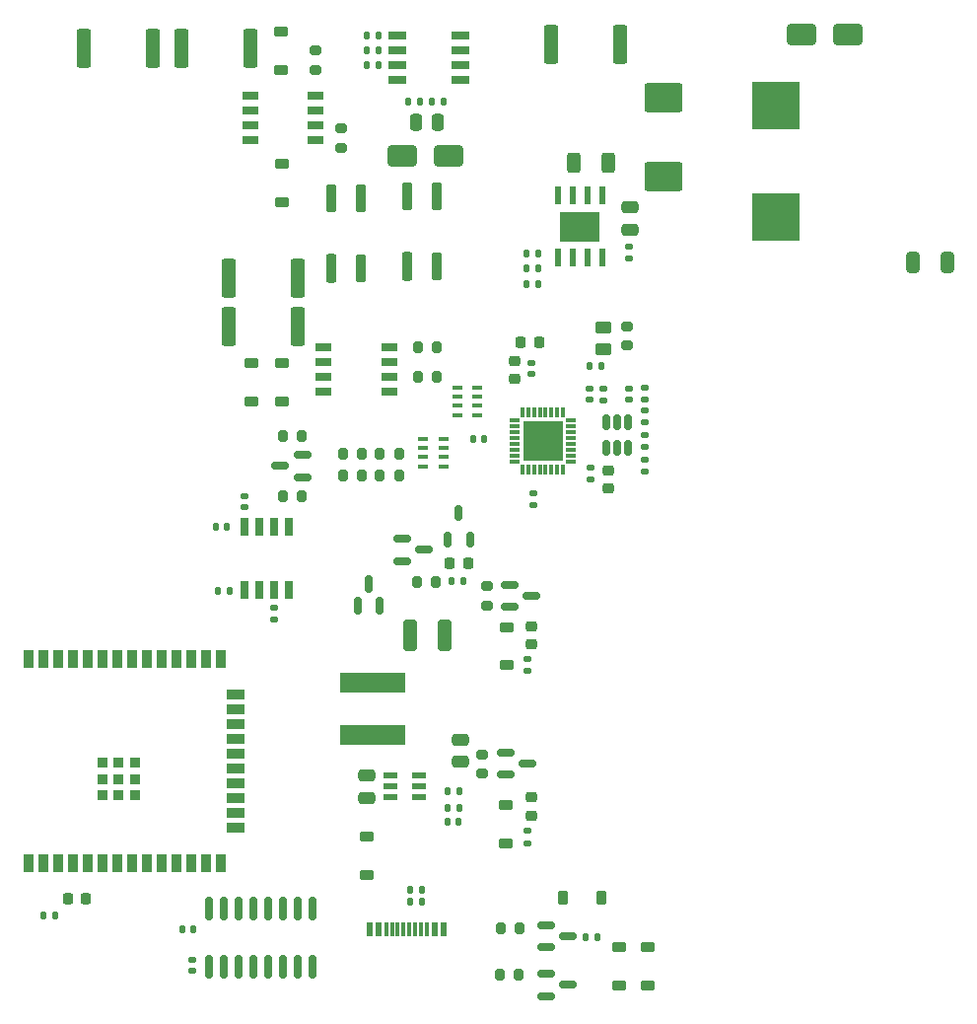
<source format=gtp>
G04 #@! TF.GenerationSoftware,KiCad,Pcbnew,7.0.8*
G04 #@! TF.CreationDate,2024-01-02T14:17:18+01:00*
G04 #@! TF.ProjectId,ESP32-POE-Wiegand-Relay-REV-B,45535033-322d-4504-9f45-2d5769656761,rev?*
G04 #@! TF.SameCoordinates,Original*
G04 #@! TF.FileFunction,Paste,Top*
G04 #@! TF.FilePolarity,Positive*
%FSLAX46Y46*%
G04 Gerber Fmt 4.6, Leading zero omitted, Abs format (unit mm)*
G04 Created by KiCad (PCBNEW 7.0.8) date 2024-01-02 14:17:18*
%MOMM*%
%LPD*%
G01*
G04 APERTURE LIST*
G04 Aperture macros list*
%AMRoundRect*
0 Rectangle with rounded corners*
0 $1 Rounding radius*
0 $2 $3 $4 $5 $6 $7 $8 $9 X,Y pos of 4 corners*
0 Add a 4 corners polygon primitive as box body*
4,1,4,$2,$3,$4,$5,$6,$7,$8,$9,$2,$3,0*
0 Add four circle primitives for the rounded corners*
1,1,$1+$1,$2,$3*
1,1,$1+$1,$4,$5*
1,1,$1+$1,$6,$7*
1,1,$1+$1,$8,$9*
0 Add four rect primitives between the rounded corners*
20,1,$1+$1,$2,$3,$4,$5,0*
20,1,$1+$1,$4,$5,$6,$7,0*
20,1,$1+$1,$6,$7,$8,$9,0*
20,1,$1+$1,$8,$9,$2,$3,0*%
G04 Aperture macros list end*
%ADD10R,1.250000X0.600000*%
%ADD11RoundRect,0.225000X-0.225000X1.025000X-0.225000X-1.025000X0.225000X-1.025000X0.225000X1.025000X0*%
%ADD12RoundRect,0.225000X-0.225000X0.975000X-0.225000X-0.975000X0.225000X-0.975000X0.225000X0.975000X0*%
%ADD13RoundRect,0.225000X-0.375000X0.225000X-0.375000X-0.225000X0.375000X-0.225000X0.375000X0.225000X0*%
%ADD14R,0.900000X0.400000*%
%ADD15R,0.300000X0.850000*%
%ADD16R,0.850000X0.300000*%
%ADD17R,3.400000X3.400000*%
%ADD18RoundRect,0.200000X-0.200000X-0.275000X0.200000X-0.275000X0.200000X0.275000X-0.200000X0.275000X0*%
%ADD19R,4.100000X4.100000*%
%ADD20RoundRect,0.250000X-0.362500X-1.425000X0.362500X-1.425000X0.362500X1.425000X-0.362500X1.425000X0*%
%ADD21RoundRect,0.150000X-0.587500X-0.150000X0.587500X-0.150000X0.587500X0.150000X-0.587500X0.150000X0*%
%ADD22RoundRect,0.250000X1.000000X0.650000X-1.000000X0.650000X-1.000000X-0.650000X1.000000X-0.650000X0*%
%ADD23RoundRect,0.250000X-0.475000X0.250000X-0.475000X-0.250000X0.475000X-0.250000X0.475000X0.250000X0*%
%ADD24RoundRect,0.250000X1.400000X1.000000X-1.400000X1.000000X-1.400000X-1.000000X1.400000X-1.000000X0*%
%ADD25R,1.528000X0.650000*%
%ADD26RoundRect,0.135000X-0.185000X0.135000X-0.185000X-0.135000X0.185000X-0.135000X0.185000X0.135000X0*%
%ADD27RoundRect,0.225000X-0.250000X0.225000X-0.250000X-0.225000X0.250000X-0.225000X0.250000X0.225000X0*%
%ADD28RoundRect,0.218750X-0.256250X0.218750X-0.256250X-0.218750X0.256250X-0.218750X0.256250X0.218750X0*%
%ADD29RoundRect,0.135000X-0.135000X-0.185000X0.135000X-0.185000X0.135000X0.185000X-0.135000X0.185000X0*%
%ADD30R,5.700000X1.700000*%
%ADD31RoundRect,0.250000X0.475000X-0.250000X0.475000X0.250000X-0.475000X0.250000X-0.475000X-0.250000X0*%
%ADD32RoundRect,0.150000X0.150000X-0.512500X0.150000X0.512500X-0.150000X0.512500X-0.150000X-0.512500X0*%
%ADD33RoundRect,0.200000X0.200000X0.275000X-0.200000X0.275000X-0.200000X-0.275000X0.200000X-0.275000X0*%
%ADD34RoundRect,0.140000X0.170000X-0.140000X0.170000X0.140000X-0.170000X0.140000X-0.170000X-0.140000X0*%
%ADD35RoundRect,0.135000X0.135000X0.185000X-0.135000X0.185000X-0.135000X-0.185000X0.135000X-0.185000X0*%
%ADD36RoundRect,0.225000X0.225000X0.375000X-0.225000X0.375000X-0.225000X-0.375000X0.225000X-0.375000X0*%
%ADD37RoundRect,0.135000X0.185000X-0.135000X0.185000X0.135000X-0.185000X0.135000X-0.185000X-0.135000X0*%
%ADD38R,0.900000X1.500000*%
%ADD39R,1.500000X0.900000*%
%ADD40R,0.900000X0.900000*%
%ADD41RoundRect,0.250000X-0.450000X0.262500X-0.450000X-0.262500X0.450000X-0.262500X0.450000X0.262500X0*%
%ADD42RoundRect,0.140000X0.140000X0.170000X-0.140000X0.170000X-0.140000X-0.170000X0.140000X-0.170000X0*%
%ADD43R,1.450000X0.700000*%
%ADD44R,0.600000X1.240000*%
%ADD45R,0.300000X1.240000*%
%ADD46RoundRect,0.225000X0.375000X-0.225000X0.375000X0.225000X-0.375000X0.225000X-0.375000X-0.225000X0*%
%ADD47RoundRect,0.150000X0.150000X-0.825000X0.150000X0.825000X-0.150000X0.825000X-0.150000X-0.825000X0*%
%ADD48RoundRect,0.225000X0.225000X0.250000X-0.225000X0.250000X-0.225000X-0.250000X0.225000X-0.250000X0*%
%ADD49R,0.650000X1.528000*%
%ADD50R,0.600000X1.600000*%
%ADD51R,3.510000X2.620000*%
%ADD52RoundRect,0.150000X0.150000X-0.587500X0.150000X0.587500X-0.150000X0.587500X-0.150000X-0.587500X0*%
%ADD53RoundRect,0.150000X0.587500X0.150000X-0.587500X0.150000X-0.587500X-0.150000X0.587500X-0.150000X0*%
%ADD54RoundRect,0.140000X-0.170000X0.140000X-0.170000X-0.140000X0.170000X-0.140000X0.170000X0.140000X0*%
%ADD55RoundRect,0.250000X0.325000X1.100000X-0.325000X1.100000X-0.325000X-1.100000X0.325000X-1.100000X0*%
%ADD56RoundRect,0.200000X0.275000X-0.200000X0.275000X0.200000X-0.275000X0.200000X-0.275000X-0.200000X0*%
%ADD57RoundRect,0.200000X-0.275000X0.200000X-0.275000X-0.200000X0.275000X-0.200000X0.275000X0.200000X0*%
%ADD58RoundRect,0.250000X0.312500X0.625000X-0.312500X0.625000X-0.312500X-0.625000X0.312500X-0.625000X0*%
%ADD59RoundRect,0.140000X-0.140000X-0.170000X0.140000X-0.170000X0.140000X0.170000X-0.140000X0.170000X0*%
%ADD60RoundRect,0.250000X-0.325000X-0.650000X0.325000X-0.650000X0.325000X0.650000X-0.325000X0.650000X0*%
%ADD61RoundRect,0.225000X0.250000X-0.225000X0.250000X0.225000X-0.250000X0.225000X-0.250000X-0.225000X0*%
%ADD62RoundRect,0.250000X0.250000X0.475000X-0.250000X0.475000X-0.250000X-0.475000X0.250000X-0.475000X0*%
G04 APERTURE END LIST*
D10*
X211300000Y-91600000D03*
X211300000Y-92550000D03*
X211300000Y-93500000D03*
X213800000Y-93500000D03*
X213800000Y-92550000D03*
X213800000Y-91600000D03*
D11*
X206230000Y-48050000D03*
D12*
X208770000Y-48050000D03*
X208770000Y-42050000D03*
X206230000Y-42050000D03*
D13*
X202000000Y-56250000D03*
X202000000Y-59550000D03*
D14*
X215850000Y-65100000D03*
X215850000Y-64300000D03*
X215850000Y-63500000D03*
X215850000Y-62700000D03*
X214150000Y-62700000D03*
X214150000Y-63500000D03*
X214150000Y-64300000D03*
X214150000Y-65100000D03*
D15*
X226150000Y-60450000D03*
X225650000Y-60450000D03*
X225150000Y-60450000D03*
X224650000Y-60450000D03*
X224150000Y-60450000D03*
X223650000Y-60450000D03*
X223150000Y-60450000D03*
X222650000Y-60450000D03*
D16*
X221950000Y-61150000D03*
X221950000Y-61650000D03*
X221950000Y-62150000D03*
X221950000Y-62650000D03*
X221950000Y-63150000D03*
X221950000Y-63650000D03*
X221950000Y-64150000D03*
X221950000Y-64650000D03*
D15*
X222650000Y-65350000D03*
X223150000Y-65350000D03*
X223650000Y-65350000D03*
X224150000Y-65350000D03*
X224650000Y-65350000D03*
X225150000Y-65350000D03*
X225650000Y-65350000D03*
X226150000Y-65350000D03*
D16*
X226850000Y-64650000D03*
X226850000Y-64150000D03*
X226850000Y-63650000D03*
X226850000Y-63150000D03*
X226850000Y-62650000D03*
X226850000Y-62150000D03*
X226850000Y-61650000D03*
X226850000Y-61150000D03*
D17*
X224400000Y-62900000D03*
D18*
X213575000Y-75000000D03*
X215225000Y-75000000D03*
D19*
X244400000Y-43650000D03*
X244400000Y-34150000D03*
D20*
X197437500Y-48900000D03*
X203362500Y-48900000D03*
D21*
X221562500Y-75250000D03*
X221562500Y-77150000D03*
X223437500Y-76200000D03*
D20*
X225147500Y-28900000D03*
X231072500Y-28900000D03*
D22*
X216300000Y-38400000D03*
X212300000Y-38400000D03*
D23*
X217300000Y-88550000D03*
X217300000Y-90450000D03*
D24*
X234750000Y-40250000D03*
X234750000Y-33450000D03*
D25*
X211889000Y-28095000D03*
X211889000Y-29365000D03*
X211889000Y-30635000D03*
X211889000Y-31905000D03*
X217311000Y-31905000D03*
X217311000Y-30635000D03*
X217311000Y-29365000D03*
X217311000Y-28095000D03*
D26*
X223600000Y-67390000D03*
X223600000Y-68410000D03*
D27*
X230000000Y-65425000D03*
X230000000Y-66975000D03*
D28*
X223400000Y-93512500D03*
X223400000Y-95087500D03*
D29*
X212990000Y-102480000D03*
X214010000Y-102480000D03*
D26*
X233200000Y-64490000D03*
X233200000Y-65510000D03*
D29*
X196490000Y-75800000D03*
X197510000Y-75800000D03*
D21*
X221225000Y-89650000D03*
X221225000Y-91550000D03*
X223100000Y-90600000D03*
D30*
X209800000Y-88150000D03*
X209800000Y-83650000D03*
D31*
X209300000Y-93550000D03*
X209300000Y-91650000D03*
D18*
X213675000Y-57367500D03*
X215325000Y-57367500D03*
D32*
X216250000Y-71337500D03*
X218150000Y-71337500D03*
X217200000Y-69062500D03*
D22*
X250610000Y-28000000D03*
X246610000Y-28000000D03*
D33*
X212050000Y-65900000D03*
X210400000Y-65900000D03*
D34*
X194300000Y-108380000D03*
X194300000Y-107420000D03*
D35*
X217210000Y-93000000D03*
X216190000Y-93000000D03*
D36*
X229450000Y-102100000D03*
X226150000Y-102100000D03*
D34*
X223400000Y-57180000D03*
X223400000Y-56220000D03*
D37*
X229600000Y-59410000D03*
X229600000Y-58390000D03*
D26*
X201300000Y-77190000D03*
X201300000Y-78210000D03*
D23*
X231910000Y-42850000D03*
X231910000Y-44750000D03*
D33*
X212050000Y-64000000D03*
X210400000Y-64000000D03*
D29*
X216190000Y-94400000D03*
X217210000Y-94400000D03*
D20*
X197437500Y-53100000D03*
X203362500Y-53100000D03*
D29*
X212990000Y-101400000D03*
X214010000Y-101400000D03*
D38*
X180240000Y-99155000D03*
X181510000Y-99155000D03*
X182780000Y-99155000D03*
X184050000Y-99155000D03*
X185320000Y-99155000D03*
X186590000Y-99155000D03*
X187860000Y-99155000D03*
X189130000Y-99155000D03*
X190400000Y-99155000D03*
X191670000Y-99155000D03*
X192940000Y-99155000D03*
X194210000Y-99155000D03*
X195480000Y-99155000D03*
X196750000Y-99155000D03*
D39*
X198000000Y-96120000D03*
X198000000Y-94850000D03*
X198000000Y-93580000D03*
X198000000Y-92310000D03*
X198000000Y-91040000D03*
X198000000Y-89770000D03*
X198000000Y-88500000D03*
X198000000Y-87230000D03*
X198000000Y-85960000D03*
X198000000Y-84690000D03*
D38*
X196750000Y-81655000D03*
X195480000Y-81655000D03*
X194210000Y-81655000D03*
X192940000Y-81655000D03*
X191670000Y-81655000D03*
X190400000Y-81655000D03*
X189130000Y-81655000D03*
X187860000Y-81655000D03*
X186590000Y-81655000D03*
X185320000Y-81655000D03*
X184050000Y-81655000D03*
X182780000Y-81655000D03*
X181510000Y-81655000D03*
X180240000Y-81655000D03*
D40*
X186560000Y-93305000D03*
X187960000Y-93305000D03*
X189360000Y-93305000D03*
X189360000Y-91905000D03*
X189360000Y-90505000D03*
X187960000Y-90505000D03*
X186560000Y-90505000D03*
X186560000Y-91905000D03*
X187960000Y-91905000D03*
D41*
X229600000Y-53187500D03*
X229600000Y-55012500D03*
D34*
X231800000Y-59380000D03*
X231800000Y-58420000D03*
D42*
X219380000Y-62700000D03*
X218420000Y-62700000D03*
D29*
X223030000Y-48130000D03*
X224050000Y-48130000D03*
D18*
X207250000Y-64000000D03*
X208900000Y-64000000D03*
D26*
X233200000Y-60300000D03*
X233200000Y-61320000D03*
D29*
X228390000Y-56500000D03*
X229410000Y-56500000D03*
D43*
X205600000Y-54830000D03*
X205600000Y-56100000D03*
X205600000Y-57370000D03*
X205600000Y-58640000D03*
X211200000Y-58640000D03*
X211200000Y-57370000D03*
X211200000Y-56100000D03*
X211200000Y-54830000D03*
D44*
X209500000Y-104810000D03*
X210300000Y-104810000D03*
D45*
X211450000Y-104810000D03*
X212450000Y-104810000D03*
X212950000Y-104810000D03*
X213950000Y-104810000D03*
D44*
X215100000Y-104810000D03*
X215900000Y-104810000D03*
X215900000Y-104810000D03*
X215100000Y-104810000D03*
D45*
X214450000Y-104810000D03*
X213450000Y-104810000D03*
X211950000Y-104810000D03*
X210950000Y-104810000D03*
D44*
X210300000Y-104810000D03*
X209500000Y-104810000D03*
D32*
X229850000Y-63537500D03*
X230800000Y-63537500D03*
X231750000Y-63537500D03*
X231750000Y-61262500D03*
X230800000Y-61262500D03*
X229850000Y-61262500D03*
D46*
X233400000Y-109650000D03*
X233400000Y-106350000D03*
X202000000Y-42450000D03*
X202000000Y-39150000D03*
D18*
X202087500Y-67650000D03*
X203737500Y-67650000D03*
D13*
X199400000Y-56250000D03*
X199400000Y-59550000D03*
D18*
X220775000Y-104700000D03*
X222425000Y-104700000D03*
D35*
X213900000Y-33800000D03*
X212880000Y-33800000D03*
D47*
X195745000Y-108005000D03*
X197015000Y-108005000D03*
X198285000Y-108005000D03*
X199555000Y-108005000D03*
X200825000Y-108005000D03*
X202095000Y-108005000D03*
X203365000Y-108005000D03*
X204635000Y-108005000D03*
X204635000Y-103055000D03*
X203365000Y-103055000D03*
X202095000Y-103055000D03*
X200825000Y-103055000D03*
X199555000Y-103055000D03*
X198285000Y-103055000D03*
X197015000Y-103055000D03*
X195745000Y-103055000D03*
D46*
X221280000Y-82167500D03*
X221280000Y-78867500D03*
D48*
X224075000Y-54400000D03*
X222525000Y-54400000D03*
D21*
X212300000Y-71300000D03*
X212300000Y-73200000D03*
X214175000Y-72250000D03*
D49*
X198795000Y-75711000D03*
X200065000Y-75711000D03*
X201335000Y-75711000D03*
X202605000Y-75711000D03*
X202605000Y-70289000D03*
X201335000Y-70289000D03*
X200065000Y-70289000D03*
X198795000Y-70289000D03*
D21*
X224662500Y-108650000D03*
X224662500Y-110550000D03*
X226537500Y-109600000D03*
D50*
X229510000Y-41800000D03*
X228240000Y-41800000D03*
X226970000Y-41800000D03*
X225700000Y-41800000D03*
X225700000Y-47200000D03*
X226970000Y-47200000D03*
X228240000Y-47200000D03*
X229510000Y-47200000D03*
D51*
X227605000Y-44500000D03*
D52*
X208520000Y-77077500D03*
X210420000Y-77077500D03*
X209470000Y-75202500D03*
D35*
X229130000Y-105467500D03*
X228110000Y-105467500D03*
D13*
X209300000Y-96850000D03*
X209300000Y-100150000D03*
D53*
X203750000Y-66000000D03*
X203750000Y-64100000D03*
X201875000Y-65050000D03*
D54*
X198800000Y-67620000D03*
X198800000Y-68580000D03*
D18*
X207250000Y-65900000D03*
X208900000Y-65900000D03*
D55*
X215975000Y-79600000D03*
X213025000Y-79600000D03*
D13*
X201900000Y-27750000D03*
X201900000Y-31050000D03*
D14*
X218750000Y-60700000D03*
X218750000Y-59900000D03*
X218750000Y-59100000D03*
X218750000Y-58300000D03*
X217050000Y-58300000D03*
X217050000Y-59100000D03*
X217050000Y-59900000D03*
X217050000Y-60700000D03*
D18*
X202075000Y-62500000D03*
X203725000Y-62500000D03*
D46*
X221230000Y-97470000D03*
X221230000Y-94170000D03*
D35*
X224030000Y-46800000D03*
X223010000Y-46800000D03*
D20*
X193337500Y-29200000D03*
X199262500Y-29200000D03*
D56*
X219600000Y-77025000D03*
X219600000Y-75375000D03*
D37*
X233200000Y-59320000D03*
X233200000Y-58300000D03*
D54*
X228500000Y-65220000D03*
X228500000Y-66180000D03*
D43*
X199300000Y-33295000D03*
X199300000Y-34565000D03*
X199300000Y-35835000D03*
X199300000Y-37105000D03*
X204900000Y-37105000D03*
X204900000Y-35835000D03*
X204900000Y-34565000D03*
X204900000Y-33295000D03*
D29*
X209311000Y-28095000D03*
X210331000Y-28095000D03*
D28*
X223400000Y-78812500D03*
X223400000Y-80387500D03*
D57*
X207100000Y-36075000D03*
X207100000Y-37725000D03*
D26*
X223100000Y-96390000D03*
X223100000Y-97410000D03*
D42*
X217180000Y-95600000D03*
X216220000Y-95600000D03*
D29*
X209301000Y-30635000D03*
X210321000Y-30635000D03*
D58*
X230010000Y-39000000D03*
X227085000Y-39000000D03*
D26*
X223100000Y-81590000D03*
X223100000Y-82610000D03*
D35*
X217610000Y-74900000D03*
X216590000Y-74900000D03*
D59*
X223030000Y-49450000D03*
X223990000Y-49450000D03*
D18*
X213675000Y-54867500D03*
X215325000Y-54867500D03*
D35*
X215920000Y-33800000D03*
X214900000Y-33800000D03*
D56*
X219200000Y-91450000D03*
X219200000Y-89800000D03*
X231600000Y-54725000D03*
X231600000Y-53075000D03*
D48*
X217975000Y-73400000D03*
X216425000Y-73400000D03*
D18*
X220675000Y-108700000D03*
X222325000Y-108700000D03*
D60*
X256200000Y-47600000D03*
X259150000Y-47600000D03*
D34*
X228400000Y-59380000D03*
X228400000Y-58420000D03*
D61*
X222000000Y-57575000D03*
X222000000Y-56025000D03*
D59*
X193440000Y-104780000D03*
X194400000Y-104780000D03*
D62*
X215400000Y-35600000D03*
X213500000Y-35600000D03*
D59*
X196320000Y-70300000D03*
X197280000Y-70300000D03*
D29*
X181490000Y-103600000D03*
X182510000Y-103600000D03*
D48*
X185175000Y-102200000D03*
X183625000Y-102200000D03*
D20*
X184975000Y-29200000D03*
X190900000Y-29200000D03*
D56*
X204900000Y-31050000D03*
X204900000Y-29400000D03*
D21*
X224725000Y-104450000D03*
X224725000Y-106350000D03*
X226600000Y-105400000D03*
D37*
X231810000Y-47210000D03*
X231810000Y-46190000D03*
D11*
X212780000Y-47950000D03*
D12*
X215320000Y-47950000D03*
X215320000Y-41950000D03*
X212780000Y-41950000D03*
D29*
X209301000Y-29365000D03*
X210321000Y-29365000D03*
D13*
X231000000Y-106350000D03*
X231000000Y-109650000D03*
D37*
X233200000Y-63410000D03*
X233200000Y-62390000D03*
M02*

</source>
